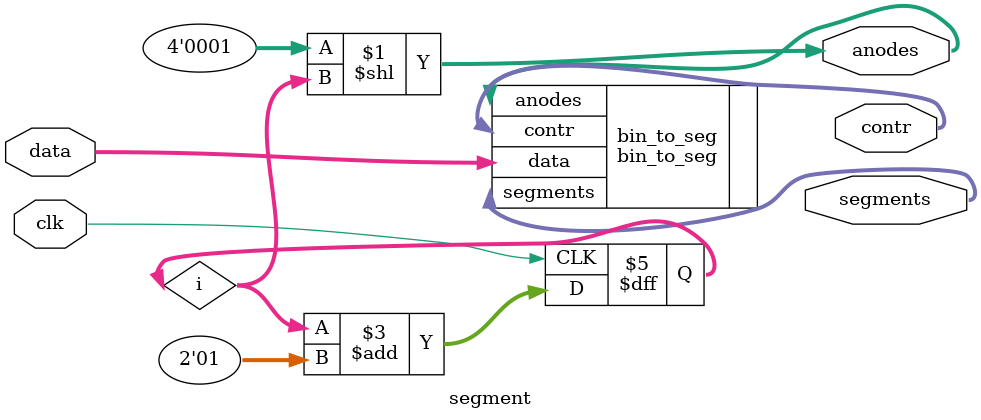
<source format=v>
module segment(

input clk,
input [7:0] data,

output [3:0] anodes,
output [7:0] segments,
//output reg [2:0] contr
output [2:0] contr
);

reg [1:0]i = 0;
assign anodes = (4'b1 << i);

always@(posedge clk) begin 
   i <= i + 2'b1;
end

bin_to_seg bin_to_seg(.data(data), .segments(segments), .anodes(anodes), .contr(contr));

endmodule

</source>
